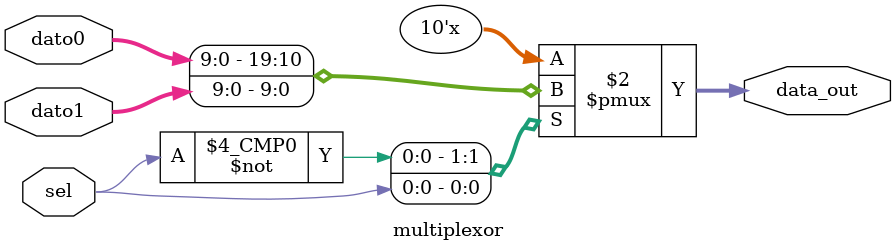
<source format=v>
`timescale 1ns / 1ps


module multiplexor(
    input [9:0] dato0,
    input [9:0] dato1,
    input sel,
    output reg [9:0] data_out
    );
    always @(sel,dato0,dato1)
    case (sel)
        1'b0: data_out = dato0;
        1'b1: data_out = dato1;
    endcase
endmodule

</source>
